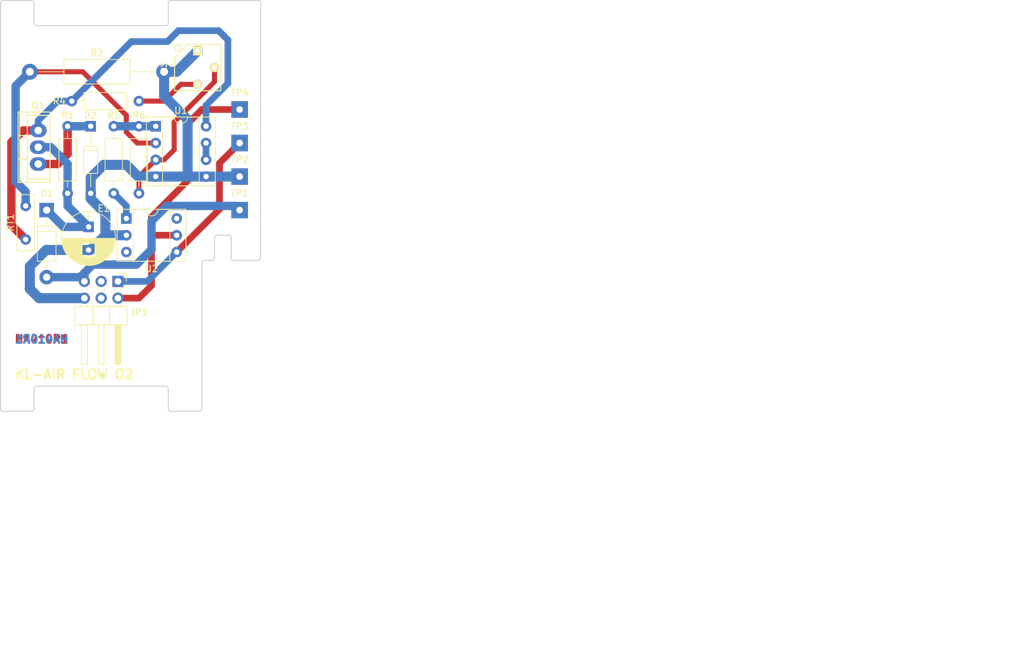
<source format=kicad_pcb>
(kicad_pcb (version 4) (host pcbnew 4.0.5)

  (general
    (links 31)
    (no_connects 0)
    (area 128.829999 73.584999 283.228564 174.08)
    (thickness 1.6)
    (drawings 40)
    (tracks 97)
    (zones 0)
    (modules 18)
    (nets 17)
  )

  (page A4)
  (layers
    (0 F.Cu signal)
    (31 B.Cu signal)
    (32 B.Adhes user hide)
    (33 F.Adhes user hide)
    (34 B.Paste user hide)
    (35 F.Paste user hide)
    (36 B.SilkS user)
    (37 F.SilkS user)
    (38 B.Mask user)
    (39 F.Mask user)
    (40 Dwgs.User user hide)
    (41 Cmts.User user)
    (42 Eco1.User user hide)
    (43 Eco2.User user hide)
    (44 Edge.Cuts user)
    (45 Margin user hide)
    (46 B.CrtYd user hide)
    (47 F.CrtYd user hide)
    (48 B.Fab user hide)
    (49 F.Fab user hide)
  )

  (setup
    (last_trace_width 1.016)
    (user_trace_width 0.762)
    (user_trace_width 1.016)
    (user_trace_width 1.27)
    (user_trace_width 1.524)
    (trace_clearance 0.2)
    (zone_clearance 0.508)
    (zone_45_only no)
    (trace_min 0.2)
    (segment_width 0.2)
    (edge_width 0.15)
    (via_size 0.6)
    (via_drill 0.4)
    (via_min_size 0.4)
    (via_min_drill 0.3)
    (uvia_size 0.3)
    (uvia_drill 0.1)
    (uvias_allowed no)
    (uvia_min_size 0.2)
    (uvia_min_drill 0.1)
    (pcb_text_width 0.3)
    (pcb_text_size 1.5 1.5)
    (mod_edge_width 0.15)
    (mod_text_size 1 1)
    (mod_text_width 0.15)
    (pad_size 2.49936 2.49936)
    (pad_drill 1.00076)
    (pad_to_mask_clearance 0.2)
    (aux_axis_origin 0 0)
    (visible_elements 7FFFFFFF)
    (pcbplotparams
      (layerselection 0x010f0_80000001)
      (usegerberextensions false)
      (excludeedgelayer true)
      (linewidth 0.100000)
      (plotframeref false)
      (viasonmask false)
      (mode 1)
      (useauxorigin false)
      (hpglpennumber 1)
      (hpglpenspeed 20)
      (hpglpendiameter 15)
      (hpglpenoverlay 2)
      (psnegative false)
      (psa4output false)
      (plotreference true)
      (plotvalue false)
      (plotinvisibletext false)
      (padsonsilk false)
      (subtractmaskfromsilk false)
      (outputformat 1)
      (mirror false)
      (drillshape 0)
      (scaleselection 1)
      (outputdirectory gerber/))
  )

  (net 0 "")
  (net 1 "Net-(D1-Pad1)")
  (net 2 IN1)
  (net 3 "Net-(D2-Pad1)")
  (net 4 IN2)
  (net 5 OUT1)
  (net 6 OUT2)
  (net 7 "Net-(JP1-Pad3)")
  (net 8 "Net-(JP1-Pad4)")
  (net 9 "Net-(R2-Pad1)")
  (net 10 "Net-(R3-Pad2)")
  (net 11 "Net-(R5-Pad1)")
  (net 12 "Net-(R5-Pad2)")
  (net 13 "Net-(U1-Pad6)")
  (net 14 "Net-(U2-Pad6)")
  (net 15 "Net-(R3-Pad3)")
  (net 16 "Net-(Q1-Pad3)")

  (net_class Default "This is the default net class."
    (clearance 0.2)
    (trace_width 1.016)
    (via_dia 0.6)
    (via_drill 0.4)
    (uvia_dia 0.3)
    (uvia_drill 0.1)
    (add_net "Net-(JP1-Pad3)")
    (add_net "Net-(JP1-Pad4)")
    (add_net "Net-(U2-Pad6)")
  )

  (net_class 30mils ""
    (clearance 0.4)
    (trace_width 0.762)
    (via_dia 0.6)
    (via_drill 0.4)
    (uvia_dia 0.3)
    (uvia_drill 0.1)
    (add_net "Net-(R2-Pad1)")
    (add_net "Net-(R3-Pad2)")
    (add_net "Net-(R3-Pad3)")
  )

  (net_class 40mils ""
    (clearance 0.4)
    (trace_width 1.016)
    (via_dia 0.6)
    (via_drill 0.4)
    (uvia_dia 0.3)
    (uvia_drill 0.1)
    (add_net "Net-(Q1-Pad3)")
    (add_net "Net-(R5-Pad2)")
    (add_net "Net-(U1-Pad6)")
    (add_net OUT1)
    (add_net OUT2)
  )

  (net_class 50mils ""
    (clearance 0.4)
    (trace_width 1.27)
    (via_dia 0.6)
    (via_drill 0.4)
    (uvia_dia 0.3)
    (uvia_drill 0.1)
    (add_net IN1)
    (add_net "Net-(D1-Pad1)")
    (add_net "Net-(D2-Pad1)")
    (add_net "Net-(R5-Pad1)")
  )

  (net_class 60mils ""
    (clearance 0.4)
    (trace_width 1.524)
    (via_dia 0.6)
    (via_drill 0.4)
    (uvia_dia 0.3)
    (uvia_drill 0.1)
    (add_net IN2)
  )

  (module Diodes_THT:D_DO-41_SOD81_P10.16mm_Horizontal (layer F.Cu) (tedit 58A8D49E) (tstamp 58A6AEFD)
    (at 135.89 105.41 270)
    (descr "D, DO-41_SOD81 series, Axial, Horizontal, pin pitch=10.16mm, , length*diameter=5.2*2.7mm^2, , http://www.diodes.com/_files/packages/DO-41%20(Plastic).pdf")
    (tags "D DO-41_SOD81 series Axial Horizontal pin pitch 10.16mm  length 5.2mm diameter 2.7mm")
    (path /58A690AA)
    (fp_text reference D1 (at -2.54 0 360) (layer F.SilkS)
      (effects (font (size 1 1) (thickness 0.15)))
    )
    (fp_text value 1N4004 (at 5.08 2.41 270) (layer F.Fab)
      (effects (font (size 1 1) (thickness 0.15)))
    )
    (fp_line (start 2.48 -1.35) (end 2.48 1.35) (layer F.Fab) (width 0.1))
    (fp_line (start 2.48 1.35) (end 7.68 1.35) (layer F.Fab) (width 0.1))
    (fp_line (start 7.68 1.35) (end 7.68 -1.35) (layer F.Fab) (width 0.1))
    (fp_line (start 7.68 -1.35) (end 2.48 -1.35) (layer F.Fab) (width 0.1))
    (fp_line (start 0 0) (end 2.48 0) (layer F.Fab) (width 0.1))
    (fp_line (start 10.16 0) (end 7.68 0) (layer F.Fab) (width 0.1))
    (fp_line (start 3.26 -1.35) (end 3.26 1.35) (layer F.Fab) (width 0.1))
    (fp_line (start 2.42 -1.41) (end 2.42 1.41) (layer F.SilkS) (width 0.12))
    (fp_line (start 2.42 1.41) (end 7.74 1.41) (layer F.SilkS) (width 0.12))
    (fp_line (start 7.74 1.41) (end 7.74 -1.41) (layer F.SilkS) (width 0.12))
    (fp_line (start 7.74 -1.41) (end 2.42 -1.41) (layer F.SilkS) (width 0.12))
    (fp_line (start 1.28 0) (end 2.42 0) (layer F.SilkS) (width 0.12))
    (fp_line (start 8.88 0) (end 7.74 0) (layer F.SilkS) (width 0.12))
    (fp_line (start 3.26 -1.41) (end 3.26 1.41) (layer F.SilkS) (width 0.12))
    (fp_line (start -1.35 -1.7) (end -1.35 1.7) (layer F.CrtYd) (width 0.05))
    (fp_line (start -1.35 1.7) (end 11.55 1.7) (layer F.CrtYd) (width 0.05))
    (fp_line (start 11.55 1.7) (end 11.55 -1.7) (layer F.CrtYd) (width 0.05))
    (fp_line (start 11.55 -1.7) (end -1.35 -1.7) (layer F.CrtYd) (width 0.05))
    (pad 1 thru_hole rect (at 0 0 270) (size 2.2 2.2) (drill 1.1) (layers *.Cu *.Mask)
      (net 1 "Net-(D1-Pad1)"))
    (pad 2 thru_hole oval (at 10.16 0 270) (size 2.2 2.2) (drill 1.1) (layers *.Cu *.Mask)
      (net 2 IN1))
    (model Diodes_ThroughHole.3dshapes/D_DO-41_SOD81_P10.16mm_Horizontal.wrl
      (at (xyz 0 0 0))
      (scale (xyz 0.393701 0.393701 0.393701))
      (rotate (xyz 0 0 0))
    )
  )

  (module Capacitors_THT:CP_Radial_D8.0mm_P3.50mm (layer F.Cu) (tedit 58AB6E16) (tstamp 58A6AFBD)
    (at 142.24 107.95 270)
    (descr "CP, Radial series, Radial, pin pitch=3.50mm, , diameter=8mm, Electrolytic Capacitor")
    (tags "CP Radial series Radial pin pitch 3.50mm  diameter 8mm Electrolytic Capacitor")
    (path /58A690E0)
    (fp_text reference E1 (at -2.794 -2.286 360) (layer F.SilkS)
      (effects (font (size 1 1) (thickness 0.15)))
    )
    (fp_text value 100U (at 1.75 5.06 270) (layer F.Fab)
      (effects (font (size 1 1) (thickness 0.15)))
    )
    (fp_circle (center 1.75 0) (end 5.75 0) (layer F.Fab) (width 0.1))
    (fp_circle (center 1.75 0) (end 5.84 0) (layer F.SilkS) (width 0.12))
    (fp_line (start -2.2 0) (end -1 0) (layer F.Fab) (width 0.1))
    (fp_line (start -1.6 -0.65) (end -1.6 0.65) (layer F.Fab) (width 0.1))
    (fp_line (start 1.75 -4.05) (end 1.75 4.05) (layer F.SilkS) (width 0.12))
    (fp_line (start 1.79 -4.05) (end 1.79 4.05) (layer F.SilkS) (width 0.12))
    (fp_line (start 1.83 -4.05) (end 1.83 4.05) (layer F.SilkS) (width 0.12))
    (fp_line (start 1.87 -4.049) (end 1.87 4.049) (layer F.SilkS) (width 0.12))
    (fp_line (start 1.91 -4.047) (end 1.91 4.047) (layer F.SilkS) (width 0.12))
    (fp_line (start 1.95 -4.046) (end 1.95 4.046) (layer F.SilkS) (width 0.12))
    (fp_line (start 1.99 -4.043) (end 1.99 4.043) (layer F.SilkS) (width 0.12))
    (fp_line (start 2.03 -4.041) (end 2.03 4.041) (layer F.SilkS) (width 0.12))
    (fp_line (start 2.07 -4.038) (end 2.07 4.038) (layer F.SilkS) (width 0.12))
    (fp_line (start 2.11 -4.035) (end 2.11 4.035) (layer F.SilkS) (width 0.12))
    (fp_line (start 2.15 -4.031) (end 2.15 4.031) (layer F.SilkS) (width 0.12))
    (fp_line (start 2.19 -4.027) (end 2.19 4.027) (layer F.SilkS) (width 0.12))
    (fp_line (start 2.23 -4.022) (end 2.23 4.022) (layer F.SilkS) (width 0.12))
    (fp_line (start 2.27 -4.017) (end 2.27 4.017) (layer F.SilkS) (width 0.12))
    (fp_line (start 2.31 -4.012) (end 2.31 4.012) (layer F.SilkS) (width 0.12))
    (fp_line (start 2.35 -4.006) (end 2.35 4.006) (layer F.SilkS) (width 0.12))
    (fp_line (start 2.39 -4) (end 2.39 4) (layer F.SilkS) (width 0.12))
    (fp_line (start 2.43 -3.994) (end 2.43 3.994) (layer F.SilkS) (width 0.12))
    (fp_line (start 2.471 -3.987) (end 2.471 3.987) (layer F.SilkS) (width 0.12))
    (fp_line (start 2.511 -3.979) (end 2.511 3.979) (layer F.SilkS) (width 0.12))
    (fp_line (start 2.551 -3.971) (end 2.551 -0.98) (layer F.SilkS) (width 0.12))
    (fp_line (start 2.551 0.98) (end 2.551 3.971) (layer F.SilkS) (width 0.12))
    (fp_line (start 2.591 -3.963) (end 2.591 -0.98) (layer F.SilkS) (width 0.12))
    (fp_line (start 2.591 0.98) (end 2.591 3.963) (layer F.SilkS) (width 0.12))
    (fp_line (start 2.631 -3.955) (end 2.631 -0.98) (layer F.SilkS) (width 0.12))
    (fp_line (start 2.631 0.98) (end 2.631 3.955) (layer F.SilkS) (width 0.12))
    (fp_line (start 2.671 -3.946) (end 2.671 -0.98) (layer F.SilkS) (width 0.12))
    (fp_line (start 2.671 0.98) (end 2.671 3.946) (layer F.SilkS) (width 0.12))
    (fp_line (start 2.711 -3.936) (end 2.711 -0.98) (layer F.SilkS) (width 0.12))
    (fp_line (start 2.711 0.98) (end 2.711 3.936) (layer F.SilkS) (width 0.12))
    (fp_line (start 2.751 -3.926) (end 2.751 -0.98) (layer F.SilkS) (width 0.12))
    (fp_line (start 2.751 0.98) (end 2.751 3.926) (layer F.SilkS) (width 0.12))
    (fp_line (start 2.791 -3.916) (end 2.791 -0.98) (layer F.SilkS) (width 0.12))
    (fp_line (start 2.791 0.98) (end 2.791 3.916) (layer F.SilkS) (width 0.12))
    (fp_line (start 2.831 -3.905) (end 2.831 -0.98) (layer F.SilkS) (width 0.12))
    (fp_line (start 2.831 0.98) (end 2.831 3.905) (layer F.SilkS) (width 0.12))
    (fp_line (start 2.871 -3.894) (end 2.871 -0.98) (layer F.SilkS) (width 0.12))
    (fp_line (start 2.871 0.98) (end 2.871 3.894) (layer F.SilkS) (width 0.12))
    (fp_line (start 2.911 -3.883) (end 2.911 -0.98) (layer F.SilkS) (width 0.12))
    (fp_line (start 2.911 0.98) (end 2.911 3.883) (layer F.SilkS) (width 0.12))
    (fp_line (start 2.951 -3.87) (end 2.951 -0.98) (layer F.SilkS) (width 0.12))
    (fp_line (start 2.951 0.98) (end 2.951 3.87) (layer F.SilkS) (width 0.12))
    (fp_line (start 2.991 -3.858) (end 2.991 -0.98) (layer F.SilkS) (width 0.12))
    (fp_line (start 2.991 0.98) (end 2.991 3.858) (layer F.SilkS) (width 0.12))
    (fp_line (start 3.031 -3.845) (end 3.031 -0.98) (layer F.SilkS) (width 0.12))
    (fp_line (start 3.031 0.98) (end 3.031 3.845) (layer F.SilkS) (width 0.12))
    (fp_line (start 3.071 -3.832) (end 3.071 -0.98) (layer F.SilkS) (width 0.12))
    (fp_line (start 3.071 0.98) (end 3.071 3.832) (layer F.SilkS) (width 0.12))
    (fp_line (start 3.111 -3.818) (end 3.111 -0.98) (layer F.SilkS) (width 0.12))
    (fp_line (start 3.111 0.98) (end 3.111 3.818) (layer F.SilkS) (width 0.12))
    (fp_line (start 3.151 -3.803) (end 3.151 -0.98) (layer F.SilkS) (width 0.12))
    (fp_line (start 3.151 0.98) (end 3.151 3.803) (layer F.SilkS) (width 0.12))
    (fp_line (start 3.191 -3.789) (end 3.191 -0.98) (layer F.SilkS) (width 0.12))
    (fp_line (start 3.191 0.98) (end 3.191 3.789) (layer F.SilkS) (width 0.12))
    (fp_line (start 3.231 -3.773) (end 3.231 -0.98) (layer F.SilkS) (width 0.12))
    (fp_line (start 3.231 0.98) (end 3.231 3.773) (layer F.SilkS) (width 0.12))
    (fp_line (start 3.271 -3.758) (end 3.271 -0.98) (layer F.SilkS) (width 0.12))
    (fp_line (start 3.271 0.98) (end 3.271 3.758) (layer F.SilkS) (width 0.12))
    (fp_line (start 3.311 -3.741) (end 3.311 -0.98) (layer F.SilkS) (width 0.12))
    (fp_line (start 3.311 0.98) (end 3.311 3.741) (layer F.SilkS) (width 0.12))
    (fp_line (start 3.351 -3.725) (end 3.351 -0.98) (layer F.SilkS) (width 0.12))
    (fp_line (start 3.351 0.98) (end 3.351 3.725) (layer F.SilkS) (width 0.12))
    (fp_line (start 3.391 -3.707) (end 3.391 -0.98) (layer F.SilkS) (width 0.12))
    (fp_line (start 3.391 0.98) (end 3.391 3.707) (layer F.SilkS) (width 0.12))
    (fp_line (start 3.431 -3.69) (end 3.431 -0.98) (layer F.SilkS) (width 0.12))
    (fp_line (start 3.431 0.98) (end 3.431 3.69) (layer F.SilkS) (width 0.12))
    (fp_line (start 3.471 -3.671) (end 3.471 -0.98) (layer F.SilkS) (width 0.12))
    (fp_line (start 3.471 0.98) (end 3.471 3.671) (layer F.SilkS) (width 0.12))
    (fp_line (start 3.511 -3.652) (end 3.511 -0.98) (layer F.SilkS) (width 0.12))
    (fp_line (start 3.511 0.98) (end 3.511 3.652) (layer F.SilkS) (width 0.12))
    (fp_line (start 3.551 -3.633) (end 3.551 -0.98) (layer F.SilkS) (width 0.12))
    (fp_line (start 3.551 0.98) (end 3.551 3.633) (layer F.SilkS) (width 0.12))
    (fp_line (start 3.591 -3.613) (end 3.591 -0.98) (layer F.SilkS) (width 0.12))
    (fp_line (start 3.591 0.98) (end 3.591 3.613) (layer F.SilkS) (width 0.12))
    (fp_line (start 3.631 -3.593) (end 3.631 -0.98) (layer F.SilkS) (width 0.12))
    (fp_line (start 3.631 0.98) (end 3.631 3.593) (layer F.SilkS) (width 0.12))
    (fp_line (start 3.671 -3.572) (end 3.671 -0.98) (layer F.SilkS) (width 0.12))
    (fp_line (start 3.671 0.98) (end 3.671 3.572) (layer F.SilkS) (width 0.12))
    (fp_line (start 3.711 -3.55) (end 3.711 -0.98) (layer F.SilkS) (width 0.12))
    (fp_line (start 3.711 0.98) (end 3.711 3.55) (layer F.SilkS) (width 0.12))
    (fp_line (start 3.751 -3.528) (end 3.751 -0.98) (layer F.SilkS) (width 0.12))
    (fp_line (start 3.751 0.98) (end 3.751 3.528) (layer F.SilkS) (width 0.12))
    (fp_line (start 3.791 -3.505) (end 3.791 -0.98) (layer F.SilkS) (width 0.12))
    (fp_line (start 3.791 0.98) (end 3.791 3.505) (layer F.SilkS) (width 0.12))
    (fp_line (start 3.831 -3.482) (end 3.831 -0.98) (layer F.SilkS) (width 0.12))
    (fp_line (start 3.831 0.98) (end 3.831 3.482) (layer F.SilkS) (width 0.12))
    (fp_line (start 3.871 -3.458) (end 3.871 -0.98) (layer F.SilkS) (width 0.12))
    (fp_line (start 3.871 0.98) (end 3.871 3.458) (layer F.SilkS) (width 0.12))
    (fp_line (start 3.911 -3.434) (end 3.911 -0.98) (layer F.SilkS) (width 0.12))
    (fp_line (start 3.911 0.98) (end 3.911 3.434) (layer F.SilkS) (width 0.12))
    (fp_line (start 3.951 -3.408) (end 3.951 -0.98) (layer F.SilkS) (width 0.12))
    (fp_line (start 3.951 0.98) (end 3.951 3.408) (layer F.SilkS) (width 0.12))
    (fp_line (start 3.991 -3.383) (end 3.991 -0.98) (layer F.SilkS) (width 0.12))
    (fp_line (start 3.991 0.98) (end 3.991 3.383) (layer F.SilkS) (width 0.12))
    (fp_line (start 4.031 -3.356) (end 4.031 -0.98) (layer F.SilkS) (width 0.12))
    (fp_line (start 4.031 0.98) (end 4.031 3.356) (layer F.SilkS) (width 0.12))
    (fp_line (start 4.071 -3.329) (end 4.071 -0.98) (layer F.SilkS) (width 0.12))
    (fp_line (start 4.071 0.98) (end 4.071 3.329) (layer F.SilkS) (width 0.12))
    (fp_line (start 4.111 -3.301) (end 4.111 -0.98) (layer F.SilkS) (width 0.12))
    (fp_line (start 4.111 0.98) (end 4.111 3.301) (layer F.SilkS) (width 0.12))
    (fp_line (start 4.151 -3.272) (end 4.151 -0.98) (layer F.SilkS) (width 0.12))
    (fp_line (start 4.151 0.98) (end 4.151 3.272) (layer F.SilkS) (width 0.12))
    (fp_line (start 4.191 -3.243) (end 4.191 -0.98) (layer F.SilkS) (width 0.12))
    (fp_line (start 4.191 0.98) (end 4.191 3.243) (layer F.SilkS) (width 0.12))
    (fp_line (start 4.231 -3.213) (end 4.231 -0.98) (layer F.SilkS) (width 0.12))
    (fp_line (start 4.231 0.98) (end 4.231 3.213) (layer F.SilkS) (width 0.12))
    (fp_line (start 4.271 -3.182) (end 4.271 -0.98) (layer F.SilkS) (width 0.12))
    (fp_line (start 4.271 0.98) (end 4.271 3.182) (layer F.SilkS) (width 0.12))
    (fp_line (start 4.311 -3.15) (end 4.311 -0.98) (layer F.SilkS) (width 0.12))
    (fp_line (start 4.311 0.98) (end 4.311 3.15) (layer F.SilkS) (width 0.12))
    (fp_line (start 4.351 -3.118) (end 4.351 -0.98) (layer F.SilkS) (width 0.12))
    (fp_line (start 4.351 0.98) (end 4.351 3.118) (layer F.SilkS) (width 0.12))
    (fp_line (start 4.391 -3.084) (end 4.391 -0.98) (layer F.SilkS) (width 0.12))
    (fp_line (start 4.391 0.98) (end 4.391 3.084) (layer F.SilkS) (width 0.12))
    (fp_line (start 4.431 -3.05) (end 4.431 -0.98) (layer F.SilkS) (width 0.12))
    (fp_line (start 4.431 0.98) (end 4.431 3.05) (layer F.SilkS) (width 0.12))
    (fp_line (start 4.471 -3.015) (end 4.471 -0.98) (layer F.SilkS) (width 0.12))
    (fp_line (start 4.471 0.98) (end 4.471 3.015) (layer F.SilkS) (width 0.12))
    (fp_line (start 4.511 -2.979) (end 4.511 2.979) (layer F.SilkS) (width 0.12))
    (fp_line (start 4.551 -2.942) (end 4.551 2.942) (layer F.SilkS) (width 0.12))
    (fp_line (start 4.591 -2.904) (end 4.591 2.904) (layer F.SilkS) (width 0.12))
    (fp_line (start 4.631 -2.865) (end 4.631 2.865) (layer F.SilkS) (width 0.12))
    (fp_line (start 4.671 -2.824) (end 4.671 2.824) (layer F.SilkS) (width 0.12))
    (fp_line (start 4.711 -2.783) (end 4.711 2.783) (layer F.SilkS) (width 0.12))
    (fp_line (start 4.751 -2.74) (end 4.751 2.74) (layer F.SilkS) (width 0.12))
    (fp_line (start 4.791 -2.697) (end 4.791 2.697) (layer F.SilkS) (width 0.12))
    (fp_line (start 4.831 -2.652) (end 4.831 2.652) (layer F.SilkS) (width 0.12))
    (fp_line (start 4.871 -2.605) (end 4.871 2.605) (layer F.SilkS) (width 0.12))
    (fp_line (start 4.911 -2.557) (end 4.911 2.557) (layer F.SilkS) (width 0.12))
    (fp_line (start 4.951 -2.508) (end 4.951 2.508) (layer F.SilkS) (width 0.12))
    (fp_line (start 4.991 -2.457) (end 4.991 2.457) (layer F.SilkS) (width 0.12))
    (fp_line (start 5.031 -2.404) (end 5.031 2.404) (layer F.SilkS) (width 0.12))
    (fp_line (start 5.071 -2.349) (end 5.071 2.349) (layer F.SilkS) (width 0.12))
    (fp_line (start 5.111 -2.293) (end 5.111 2.293) (layer F.SilkS) (width 0.12))
    (fp_line (start 5.151 -2.234) (end 5.151 2.234) (layer F.SilkS) (width 0.12))
    (fp_line (start 5.191 -2.173) (end 5.191 2.173) (layer F.SilkS) (width 0.12))
    (fp_line (start 5.231 -2.109) (end 5.231 2.109) (layer F.SilkS) (width 0.12))
    (fp_line (start 5.271 -2.043) (end 5.271 2.043) (layer F.SilkS) (width 0.12))
    (fp_line (start 5.311 -1.974) (end 5.311 1.974) (layer F.SilkS) (width 0.12))
    (fp_line (start 5.351 -1.902) (end 5.351 1.902) (layer F.SilkS) (width 0.12))
    (fp_line (start 5.391 -1.826) (end 5.391 1.826) (layer F.SilkS) (width 0.12))
    (fp_line (start 5.431 -1.745) (end 5.431 1.745) (layer F.SilkS) (width 0.12))
    (fp_line (start 5.471 -1.66) (end 5.471 1.66) (layer F.SilkS) (width 0.12))
    (fp_line (start 5.511 -1.57) (end 5.511 1.57) (layer F.SilkS) (width 0.12))
    (fp_line (start 5.551 -1.473) (end 5.551 1.473) (layer F.SilkS) (width 0.12))
    (fp_line (start 5.591 -1.369) (end 5.591 1.369) (layer F.SilkS) (width 0.12))
    (fp_line (start 5.631 -1.254) (end 5.631 1.254) (layer F.SilkS) (width 0.12))
    (fp_line (start 5.671 -1.127) (end 5.671 1.127) (layer F.SilkS) (width 0.12))
    (fp_line (start 5.711 -0.983) (end 5.711 0.983) (layer F.SilkS) (width 0.12))
    (fp_line (start 5.751 -0.814) (end 5.751 0.814) (layer F.SilkS) (width 0.12))
    (fp_line (start 5.791 -0.598) (end 5.791 0.598) (layer F.SilkS) (width 0.12))
    (fp_line (start 5.831 -0.246) (end 5.831 0.246) (layer F.SilkS) (width 0.12))
    (fp_line (start -2.2 0) (end -1 0) (layer F.SilkS) (width 0.12))
    (fp_line (start -1.6 -0.65) (end -1.6 0.65) (layer F.SilkS) (width 0.12))
    (fp_line (start -2.6 -4.35) (end -2.6 4.35) (layer F.CrtYd) (width 0.05))
    (fp_line (start -2.6 4.35) (end 6.1 4.35) (layer F.CrtYd) (width 0.05))
    (fp_line (start 6.1 4.35) (end 6.1 -4.35) (layer F.CrtYd) (width 0.05))
    (fp_line (start 6.1 -4.35) (end -2.6 -4.35) (layer F.CrtYd) (width 0.05))
    (pad 1 thru_hole rect (at 0 0 270) (size 1.6 1.6) (drill 0.8) (layers *.Cu *.Mask)
      (net 1 "Net-(D1-Pad1)"))
    (pad 2 thru_hole circle (at 3.5 0 270) (size 1.6 1.6) (drill 0.8) (layers *.Cu *.Mask)
      (net 4 IN2))
    (model Capacitors_ThroughHole.3dshapes/CP_Radial_D8.0mm_P3.50mm.wrl
      (at (xyz 0 0 0))
      (scale (xyz 0.393701 0.393701 0.393701))
      (rotate (xyz 0 0 0))
    )
  )

  (module Pin_Headers:Pin_Header_Angled_2x03_Pitch2.54mm (layer F.Cu) (tedit 58AB6E10) (tstamp 58A6B010)
    (at 146.685 116.205 270)
    (descr "Through hole angled pin header, 2x03, 2.54mm pitch, 6mm pin length, double rows")
    (tags "Through hole angled pin header THT 2x03 2.54mm double row")
    (path /58A6D483)
    (fp_text reference JP1 (at 4.699 -3.175 360) (layer F.SilkS)
      (effects (font (size 1 1) (thickness 0.15)))
    )
    (fp_text value CONN_02X03 (at 5.585 7.35 270) (layer F.Fab)
      (effects (font (size 1 1) (thickness 0.15)))
    )
    (fp_line (start 3.94 -1.27) (end 3.94 1.27) (layer F.Fab) (width 0.1))
    (fp_line (start 3.94 1.27) (end 6.44 1.27) (layer F.Fab) (width 0.1))
    (fp_line (start 6.44 1.27) (end 6.44 -1.27) (layer F.Fab) (width 0.1))
    (fp_line (start 6.44 -1.27) (end 3.94 -1.27) (layer F.Fab) (width 0.1))
    (fp_line (start 0 -0.32) (end 0 0.32) (layer F.Fab) (width 0.1))
    (fp_line (start 0 0.32) (end 12.44 0.32) (layer F.Fab) (width 0.1))
    (fp_line (start 12.44 0.32) (end 12.44 -0.32) (layer F.Fab) (width 0.1))
    (fp_line (start 12.44 -0.32) (end 0 -0.32) (layer F.Fab) (width 0.1))
    (fp_line (start 3.94 1.27) (end 3.94 3.81) (layer F.Fab) (width 0.1))
    (fp_line (start 3.94 3.81) (end 6.44 3.81) (layer F.Fab) (width 0.1))
    (fp_line (start 6.44 3.81) (end 6.44 1.27) (layer F.Fab) (width 0.1))
    (fp_line (start 6.44 1.27) (end 3.94 1.27) (layer F.Fab) (width 0.1))
    (fp_line (start 0 2.22) (end 0 2.86) (layer F.Fab) (width 0.1))
    (fp_line (start 0 2.86) (end 12.44 2.86) (layer F.Fab) (width 0.1))
    (fp_line (start 12.44 2.86) (end 12.44 2.22) (layer F.Fab) (width 0.1))
    (fp_line (start 12.44 2.22) (end 0 2.22) (layer F.Fab) (width 0.1))
    (fp_line (start 3.94 3.81) (end 3.94 6.35) (layer F.Fab) (width 0.1))
    (fp_line (start 3.94 6.35) (end 6.44 6.35) (layer F.Fab) (width 0.1))
    (fp_line (start 6.44 6.35) (end 6.44 3.81) (layer F.Fab) (width 0.1))
    (fp_line (start 6.44 3.81) (end 3.94 3.81) (layer F.Fab) (width 0.1))
    (fp_line (start 0 4.76) (end 0 5.4) (layer F.Fab) (width 0.1))
    (fp_line (start 0 5.4) (end 12.44 5.4) (layer F.Fab) (width 0.1))
    (fp_line (start 12.44 5.4) (end 12.44 4.76) (layer F.Fab) (width 0.1))
    (fp_line (start 12.44 4.76) (end 0 4.76) (layer F.Fab) (width 0.1))
    (fp_line (start 3.82 -1.39) (end 3.82 1.27) (layer F.SilkS) (width 0.12))
    (fp_line (start 3.82 1.27) (end 6.56 1.27) (layer F.SilkS) (width 0.12))
    (fp_line (start 6.56 1.27) (end 6.56 -1.39) (layer F.SilkS) (width 0.12))
    (fp_line (start 6.56 -1.39) (end 3.82 -1.39) (layer F.SilkS) (width 0.12))
    (fp_line (start 6.56 -0.44) (end 6.56 0.44) (layer F.SilkS) (width 0.12))
    (fp_line (start 6.56 0.44) (end 12.56 0.44) (layer F.SilkS) (width 0.12))
    (fp_line (start 12.56 0.44) (end 12.56 -0.44) (layer F.SilkS) (width 0.12))
    (fp_line (start 12.56 -0.44) (end 6.56 -0.44) (layer F.SilkS) (width 0.12))
    (fp_line (start 3.51 -0.44) (end 3.82 -0.44) (layer F.SilkS) (width 0.12))
    (fp_line (start 3.51 0.44) (end 3.82 0.44) (layer F.SilkS) (width 0.12))
    (fp_line (start 0.97 -0.44) (end 1.57 -0.44) (layer F.SilkS) (width 0.12))
    (fp_line (start 0.97 0.44) (end 1.57 0.44) (layer F.SilkS) (width 0.12))
    (fp_line (start 6.56 -0.32) (end 12.56 -0.32) (layer F.SilkS) (width 0.12))
    (fp_line (start 6.56 -0.2) (end 12.56 -0.2) (layer F.SilkS) (width 0.12))
    (fp_line (start 6.56 -0.08) (end 12.56 -0.08) (layer F.SilkS) (width 0.12))
    (fp_line (start 6.56 0.04) (end 12.56 0.04) (layer F.SilkS) (width 0.12))
    (fp_line (start 6.56 0.16) (end 12.56 0.16) (layer F.SilkS) (width 0.12))
    (fp_line (start 6.56 0.28) (end 12.56 0.28) (layer F.SilkS) (width 0.12))
    (fp_line (start 6.56 0.4) (end 12.56 0.4) (layer F.SilkS) (width 0.12))
    (fp_line (start 3.82 1.27) (end 3.82 3.81) (layer F.SilkS) (width 0.12))
    (fp_line (start 3.82 3.81) (end 6.56 3.81) (layer F.SilkS) (width 0.12))
    (fp_line (start 6.56 3.81) (end 6.56 1.27) (layer F.SilkS) (width 0.12))
    (fp_line (start 6.56 1.27) (end 3.82 1.27) (layer F.SilkS) (width 0.12))
    (fp_line (start 6.56 2.1) (end 6.56 2.98) (layer F.SilkS) (width 0.12))
    (fp_line (start 6.56 2.98) (end 12.56 2.98) (layer F.SilkS) (width 0.12))
    (fp_line (start 12.56 2.98) (end 12.56 2.1) (layer F.SilkS) (width 0.12))
    (fp_line (start 12.56 2.1) (end 6.56 2.1) (layer F.SilkS) (width 0.12))
    (fp_line (start 3.51 2.1) (end 3.82 2.1) (layer F.SilkS) (width 0.12))
    (fp_line (start 3.51 2.98) (end 3.82 2.98) (layer F.SilkS) (width 0.12))
    (fp_line (start 0.97 2.1) (end 1.57 2.1) (layer F.SilkS) (width 0.12))
    (fp_line (start 0.97 2.98) (end 1.57 2.98) (layer F.SilkS) (width 0.12))
    (fp_line (start 3.82 3.81) (end 3.82 6.47) (layer F.SilkS) (width 0.12))
    (fp_line (start 3.82 6.47) (end 6.56 6.47) (layer F.SilkS) (width 0.12))
    (fp_line (start 6.56 6.47) (end 6.56 3.81) (layer F.SilkS) (width 0.12))
    (fp_line (start 6.56 3.81) (end 3.82 3.81) (layer F.SilkS) (width 0.12))
    (fp_line (start 6.56 4.64) (end 6.56 5.52) (layer F.SilkS) (width 0.12))
    (fp_line (start 6.56 5.52) (end 12.56 5.52) (layer F.SilkS) (width 0.12))
    (fp_line (start 12.56 5.52) (end 12.56 4.64) (layer F.SilkS) (width 0.12))
    (fp_line (start 12.56 4.64) (end 6.56 4.64) (layer F.SilkS) (width 0.12))
    (fp_line (start 3.51 4.64) (end 3.82 4.64) (layer F.SilkS) (width 0.12))
    (fp_line (start 3.51 5.52) (end 3.82 5.52) (layer F.SilkS) (width 0.12))
    (fp_line (start 0.97 4.64) (end 1.57 4.64) (layer F.SilkS) (width 0.12))
    (fp_line (start 0.97 5.52) (end 1.57 5.52) (layer F.SilkS) (width 0.12))
    (fp_line (start -1.27 0) (end -1.27 -1.27) (layer F.SilkS) (width 0.12))
    (fp_line (start -1.27 -1.27) (end 0 -1.27) (layer F.SilkS) (width 0.12))
    (fp_line (start -1.6 -1.6) (end -1.6 6.6) (layer F.CrtYd) (width 0.05))
    (fp_line (start -1.6 6.6) (end 12.7 6.6) (layer F.CrtYd) (width 0.05))
    (fp_line (start 12.7 6.6) (end 12.7 -1.6) (layer F.CrtYd) (width 0.05))
    (fp_line (start 12.7 -1.6) (end -1.6 -1.6) (layer F.CrtYd) (width 0.05))
    (pad 1 thru_hole rect (at 0 0 270) (size 1.7 1.7) (drill 1) (layers *.Cu *.Mask)
      (net 5 OUT1))
    (pad 2 thru_hole oval (at 2.54 0 270) (size 1.7 1.7) (drill 1) (layers *.Cu *.Mask)
      (net 6 OUT2))
    (pad 3 thru_hole oval (at 0 2.54 270) (size 1.7 1.7) (drill 1) (layers *.Cu *.Mask)
      (net 7 "Net-(JP1-Pad3)"))
    (pad 4 thru_hole oval (at 2.54 2.54 270) (size 1.7 1.7) (drill 1) (layers *.Cu *.Mask)
      (net 8 "Net-(JP1-Pad4)"))
    (pad 5 thru_hole oval (at 0 5.08 270) (size 1.7 1.7) (drill 1) (layers *.Cu *.Mask)
      (net 2 IN1))
    (pad 6 thru_hole oval (at 2.54 5.08 270) (size 1.7 1.7) (drill 1) (layers *.Cu *.Mask)
      (net 4 IN2))
    (model Pin_Headers.3dshapes/Pin_Header_Angled_2x03_Pitch2.54mm.wrl
      (at (xyz 0.05 -0.1 0))
      (scale (xyz 1 1 1))
      (rotate (xyz 0 0 90))
    )
  )

  (module Power_Integrations:TO-220 (layer F.Cu) (tedit 58A8D4BD) (tstamp 58A6B021)
    (at 134.62 95.885 90)
    (descr "Non Isolated JEDEC TO-220 Package")
    (tags "Power Integration YN Package")
    (path /58A694F2)
    (fp_text reference Q1 (at 6.35 0 180) (layer F.SilkS)
      (effects (font (size 1 1) (thickness 0.15)))
    )
    (fp_text value TIP122 (at 0 -4.318 90) (layer F.Fab)
      (effects (font (size 1 1) (thickness 0.15)))
    )
    (fp_line (start 4.826 -1.651) (end 4.826 1.778) (layer F.SilkS) (width 0.15))
    (fp_line (start -4.826 -1.651) (end -4.826 1.778) (layer F.SilkS) (width 0.15))
    (fp_line (start 5.334 -2.794) (end -5.334 -2.794) (layer F.SilkS) (width 0.15))
    (fp_line (start 1.778 -1.778) (end 1.778 -3.048) (layer F.SilkS) (width 0.15))
    (fp_line (start -1.778 -1.778) (end -1.778 -3.048) (layer F.SilkS) (width 0.15))
    (fp_line (start -5.334 -1.651) (end 5.334 -1.651) (layer F.SilkS) (width 0.15))
    (fp_line (start 5.334 1.778) (end -5.334 1.778) (layer F.SilkS) (width 0.15))
    (fp_line (start -5.334 -3.048) (end -5.334 1.778) (layer F.SilkS) (width 0.15))
    (fp_line (start 5.334 -3.048) (end 5.334 1.778) (layer F.SilkS) (width 0.15))
    (fp_line (start 5.334 -3.048) (end -5.334 -3.048) (layer F.SilkS) (width 0.15))
    (pad 2 thru_hole oval (at 0 0 90) (size 2.032 2.54) (drill 1.143) (layers *.Cu *.Mask)
      (net 1 "Net-(D1-Pad1)"))
    (pad 3 thru_hole oval (at 2.54 0 90) (size 2.032 2.54) (drill 1.143) (layers *.Cu *.Mask)
      (net 16 "Net-(Q1-Pad3)"))
    (pad 1 thru_hole oval (at -2.54 0 90) (size 2.032 2.54) (drill 1.143) (layers *.Cu *.Mask)
      (net 3 "Net-(D2-Pad1)"))
  )

  (module Resistors_THT:R_Axial_DIN0207_L6.3mm_D2.5mm_P10.16mm_Horizontal (layer F.Cu) (tedit 58A8D60C) (tstamp 58A6B037)
    (at 139.065 92.71 270)
    (descr "Resistor, Axial_DIN0207 series, Axial, Horizontal, pin pitch=10.16mm, 0.25W = 1/4W, length*diameter=6.3*2.5mm^2, http://cdn-reichelt.de/documents/datenblatt/B400/1_4W%23YAG.pdf")
    (tags "Resistor Axial_DIN0207 series Axial Horizontal pin pitch 10.16mm 0.25W = 1/4W length 6.3mm diameter 2.5mm")
    (path /58A6910D)
    (fp_text reference R1 (at -1.651 0 360) (layer F.SilkS)
      (effects (font (size 1 1) (thickness 0.15)))
    )
    (fp_text value 1K5 (at 5.08 2.31 270) (layer F.Fab)
      (effects (font (size 1 1) (thickness 0.15)))
    )
    (fp_line (start 1.93 -1.25) (end 1.93 1.25) (layer F.Fab) (width 0.1))
    (fp_line (start 1.93 1.25) (end 8.23 1.25) (layer F.Fab) (width 0.1))
    (fp_line (start 8.23 1.25) (end 8.23 -1.25) (layer F.Fab) (width 0.1))
    (fp_line (start 8.23 -1.25) (end 1.93 -1.25) (layer F.Fab) (width 0.1))
    (fp_line (start 0 0) (end 1.93 0) (layer F.Fab) (width 0.1))
    (fp_line (start 10.16 0) (end 8.23 0) (layer F.Fab) (width 0.1))
    (fp_line (start 1.87 -1.31) (end 1.87 1.31) (layer F.SilkS) (width 0.12))
    (fp_line (start 1.87 1.31) (end 8.29 1.31) (layer F.SilkS) (width 0.12))
    (fp_line (start 8.29 1.31) (end 8.29 -1.31) (layer F.SilkS) (width 0.12))
    (fp_line (start 8.29 -1.31) (end 1.87 -1.31) (layer F.SilkS) (width 0.12))
    (fp_line (start 0.98 0) (end 1.87 0) (layer F.SilkS) (width 0.12))
    (fp_line (start 9.18 0) (end 8.29 0) (layer F.SilkS) (width 0.12))
    (fp_line (start -1.05 -1.6) (end -1.05 1.6) (layer F.CrtYd) (width 0.05))
    (fp_line (start -1.05 1.6) (end 11.25 1.6) (layer F.CrtYd) (width 0.05))
    (fp_line (start 11.25 1.6) (end 11.25 -1.6) (layer F.CrtYd) (width 0.05))
    (fp_line (start 11.25 -1.6) (end -1.05 -1.6) (layer F.CrtYd) (width 0.05))
    (pad 1 thru_hole circle (at 0 0 270) (size 1.6 1.6) (drill 0.8) (layers *.Cu *.Mask)
      (net 3 "Net-(D2-Pad1)"))
    (pad 2 thru_hole oval (at 10.16 0 270) (size 1.6 1.6) (drill 0.8) (layers *.Cu *.Mask)
      (net 1 "Net-(D1-Pad1)"))
    (model Resistors_ThroughHole.3dshapes/R_Axial_DIN0207_L6.3mm_D2.5mm_P10.16mm_Horizontal.wrl
      (at (xyz 0 0 0))
      (scale (xyz 0.393701 0.393701 0.393701))
      (rotate (xyz 0 0 0))
    )
  )

  (module Resistors_THT:R_Axial_DIN0207_L6.3mm_D2.5mm_P10.16mm_Horizontal (layer F.Cu) (tedit 58A8D58A) (tstamp 58A6B06A)
    (at 139.7 88.9)
    (descr "Resistor, Axial_DIN0207 series, Axial, Horizontal, pin pitch=10.16mm, 0.25W = 1/4W, length*diameter=6.3*2.5mm^2, http://cdn-reichelt.de/documents/datenblatt/B400/1_4W%23YAG.pdf")
    (tags "Resistor Axial_DIN0207 series Axial Horizontal pin pitch 10.16mm 0.25W = 1/4W length 6.3mm diameter 2.5mm")
    (path /58A69144)
    (fp_text reference R4 (at -1.905 0) (layer F.SilkS)
      (effects (font (size 1 1) (thickness 0.15)))
    )
    (fp_text value 5K1 (at 5.08 2.31) (layer F.Fab)
      (effects (font (size 1 1) (thickness 0.15)))
    )
    (fp_line (start 1.93 -1.25) (end 1.93 1.25) (layer F.Fab) (width 0.1))
    (fp_line (start 1.93 1.25) (end 8.23 1.25) (layer F.Fab) (width 0.1))
    (fp_line (start 8.23 1.25) (end 8.23 -1.25) (layer F.Fab) (width 0.1))
    (fp_line (start 8.23 -1.25) (end 1.93 -1.25) (layer F.Fab) (width 0.1))
    (fp_line (start 0 0) (end 1.93 0) (layer F.Fab) (width 0.1))
    (fp_line (start 10.16 0) (end 8.23 0) (layer F.Fab) (width 0.1))
    (fp_line (start 1.87 -1.31) (end 1.87 1.31) (layer F.SilkS) (width 0.12))
    (fp_line (start 1.87 1.31) (end 8.29 1.31) (layer F.SilkS) (width 0.12))
    (fp_line (start 8.29 1.31) (end 8.29 -1.31) (layer F.SilkS) (width 0.12))
    (fp_line (start 8.29 -1.31) (end 1.87 -1.31) (layer F.SilkS) (width 0.12))
    (fp_line (start 0.98 0) (end 1.87 0) (layer F.SilkS) (width 0.12))
    (fp_line (start 9.18 0) (end 8.29 0) (layer F.SilkS) (width 0.12))
    (fp_line (start -1.05 -1.6) (end -1.05 1.6) (layer F.CrtYd) (width 0.05))
    (fp_line (start -1.05 1.6) (end 11.25 1.6) (layer F.CrtYd) (width 0.05))
    (fp_line (start 11.25 1.6) (end 11.25 -1.6) (layer F.CrtYd) (width 0.05))
    (fp_line (start 11.25 -1.6) (end -1.05 -1.6) (layer F.CrtYd) (width 0.05))
    (pad 1 thru_hole circle (at 0 0) (size 1.6 1.6) (drill 0.8) (layers *.Cu *.Mask)
      (net 16 "Net-(Q1-Pad3)"))
    (pad 2 thru_hole oval (at 10.16 0) (size 1.6 1.6) (drill 0.8) (layers *.Cu *.Mask)
      (net 15 "Net-(R3-Pad3)"))
    (model Resistors_ThroughHole.3dshapes/R_Axial_DIN0207_L6.3mm_D2.5mm_P10.16mm_Horizontal.wrl
      (at (xyz 0 0 0))
      (scale (xyz 0.393701 0.393701 0.393701))
      (rotate (xyz 0 0 0))
    )
  )

  (module Resistors_THT:R_Axial_DIN0207_L6.3mm_D2.5mm_P10.16mm_Horizontal (layer F.Cu) (tedit 58A8D614) (tstamp 58A6B080)
    (at 146.05 92.71 270)
    (descr "Resistor, Axial_DIN0207 series, Axial, Horizontal, pin pitch=10.16mm, 0.25W = 1/4W, length*diameter=6.3*2.5mm^2, http://cdn-reichelt.de/documents/datenblatt/B400/1_4W%23YAG.pdf")
    (tags "Resistor Axial_DIN0207 series Axial Horizontal pin pitch 10.16mm 0.25W = 1/4W length 6.3mm diameter 2.5mm")
    (path /58A69239)
    (fp_text reference R5 (at -1.651 0 360) (layer F.SilkS)
      (effects (font (size 1 1) (thickness 0.15)))
    )
    (fp_text value 1K (at 5.08 2.31 270) (layer F.Fab)
      (effects (font (size 1 1) (thickness 0.15)))
    )
    (fp_line (start 1.93 -1.25) (end 1.93 1.25) (layer F.Fab) (width 0.1))
    (fp_line (start 1.93 1.25) (end 8.23 1.25) (layer F.Fab) (width 0.1))
    (fp_line (start 8.23 1.25) (end 8.23 -1.25) (layer F.Fab) (width 0.1))
    (fp_line (start 8.23 -1.25) (end 1.93 -1.25) (layer F.Fab) (width 0.1))
    (fp_line (start 0 0) (end 1.93 0) (layer F.Fab) (width 0.1))
    (fp_line (start 10.16 0) (end 8.23 0) (layer F.Fab) (width 0.1))
    (fp_line (start 1.87 -1.31) (end 1.87 1.31) (layer F.SilkS) (width 0.12))
    (fp_line (start 1.87 1.31) (end 8.29 1.31) (layer F.SilkS) (width 0.12))
    (fp_line (start 8.29 1.31) (end 8.29 -1.31) (layer F.SilkS) (width 0.12))
    (fp_line (start 8.29 -1.31) (end 1.87 -1.31) (layer F.SilkS) (width 0.12))
    (fp_line (start 0.98 0) (end 1.87 0) (layer F.SilkS) (width 0.12))
    (fp_line (start 9.18 0) (end 8.29 0) (layer F.SilkS) (width 0.12))
    (fp_line (start -1.05 -1.6) (end -1.05 1.6) (layer F.CrtYd) (width 0.05))
    (fp_line (start -1.05 1.6) (end 11.25 1.6) (layer F.CrtYd) (width 0.05))
    (fp_line (start 11.25 1.6) (end 11.25 -1.6) (layer F.CrtYd) (width 0.05))
    (fp_line (start 11.25 -1.6) (end -1.05 -1.6) (layer F.CrtYd) (width 0.05))
    (pad 1 thru_hole circle (at 0 0 270) (size 1.6 1.6) (drill 0.8) (layers *.Cu *.Mask)
      (net 11 "Net-(R5-Pad1)"))
    (pad 2 thru_hole oval (at 10.16 0 270) (size 1.6 1.6) (drill 0.8) (layers *.Cu *.Mask)
      (net 12 "Net-(R5-Pad2)"))
    (model Resistors_ThroughHole.3dshapes/R_Axial_DIN0207_L6.3mm_D2.5mm_P10.16mm_Horizontal.wrl
      (at (xyz 0 0 0))
      (scale (xyz 0.393701 0.393701 0.393701))
      (rotate (xyz 0 0 0))
    )
  )

  (module Resistors_THT:R_Axial_DIN0207_L6.3mm_D2.5mm_P10.16mm_Horizontal (layer F.Cu) (tedit 58A8D619) (tstamp 58A6B096)
    (at 149.86 92.71 270)
    (descr "Resistor, Axial_DIN0207 series, Axial, Horizontal, pin pitch=10.16mm, 0.25W = 1/4W, length*diameter=6.3*2.5mm^2, http://cdn-reichelt.de/documents/datenblatt/B400/1_4W%23YAG.pdf")
    (tags "Resistor Axial_DIN0207 series Axial Horizontal pin pitch 10.16mm 0.25W = 1/4W length 6.3mm diameter 2.5mm")
    (path /58A69216)
    (fp_text reference R6 (at -1.651 0 360) (layer F.SilkS)
      (effects (font (size 1 1) (thickness 0.15)))
    )
    (fp_text value 2M7 (at 5.08 2.31 270) (layer F.Fab)
      (effects (font (size 1 1) (thickness 0.15)))
    )
    (fp_line (start 1.93 -1.25) (end 1.93 1.25) (layer F.Fab) (width 0.1))
    (fp_line (start 1.93 1.25) (end 8.23 1.25) (layer F.Fab) (width 0.1))
    (fp_line (start 8.23 1.25) (end 8.23 -1.25) (layer F.Fab) (width 0.1))
    (fp_line (start 8.23 -1.25) (end 1.93 -1.25) (layer F.Fab) (width 0.1))
    (fp_line (start 0 0) (end 1.93 0) (layer F.Fab) (width 0.1))
    (fp_line (start 10.16 0) (end 8.23 0) (layer F.Fab) (width 0.1))
    (fp_line (start 1.87 -1.31) (end 1.87 1.31) (layer F.SilkS) (width 0.12))
    (fp_line (start 1.87 1.31) (end 8.29 1.31) (layer F.SilkS) (width 0.12))
    (fp_line (start 8.29 1.31) (end 8.29 -1.31) (layer F.SilkS) (width 0.12))
    (fp_line (start 8.29 -1.31) (end 1.87 -1.31) (layer F.SilkS) (width 0.12))
    (fp_line (start 0.98 0) (end 1.87 0) (layer F.SilkS) (width 0.12))
    (fp_line (start 9.18 0) (end 8.29 0) (layer F.SilkS) (width 0.12))
    (fp_line (start -1.05 -1.6) (end -1.05 1.6) (layer F.CrtYd) (width 0.05))
    (fp_line (start -1.05 1.6) (end 11.25 1.6) (layer F.CrtYd) (width 0.05))
    (fp_line (start 11.25 1.6) (end 11.25 -1.6) (layer F.CrtYd) (width 0.05))
    (fp_line (start 11.25 -1.6) (end -1.05 -1.6) (layer F.CrtYd) (width 0.05))
    (pad 1 thru_hole circle (at 0 0 270) (size 1.6 1.6) (drill 0.8) (layers *.Cu *.Mask)
      (net 11 "Net-(R5-Pad1)"))
    (pad 2 thru_hole oval (at 10.16 0 270) (size 1.6 1.6) (drill 0.8) (layers *.Cu *.Mask)
      (net 10 "Net-(R3-Pad2)"))
    (model Resistors_ThroughHole.3dshapes/R_Axial_DIN0207_L6.3mm_D2.5mm_P10.16mm_Horizontal.wrl
      (at (xyz 0 0 0))
      (scale (xyz 0.393701 0.393701 0.393701))
      (rotate (xyz 0 0 0))
    )
  )

  (module Housings_DIP:DIP-8_W7.62mm_Socket (layer F.Cu) (tedit 586281B4) (tstamp 58A6B0DA)
    (at 152.4 92.71)
    (descr "8-lead dip package, row spacing 7.62 mm (300 mils), Socket")
    (tags "DIL DIP PDIP 2.54mm 7.62mm 300mil Socket")
    (path /58A69435)
    (fp_text reference U1 (at 3.81 -2.39) (layer F.SilkS)
      (effects (font (size 1 1) (thickness 0.15)))
    )
    (fp_text value LM358 (at 3.81 10.01) (layer F.Fab)
      (effects (font (size 1 1) (thickness 0.15)))
    )
    (fp_arc (start 3.81 -1.39) (end 2.81 -1.39) (angle -180) (layer F.SilkS) (width 0.12))
    (fp_line (start 1.635 -1.27) (end 6.985 -1.27) (layer F.Fab) (width 0.1))
    (fp_line (start 6.985 -1.27) (end 6.985 8.89) (layer F.Fab) (width 0.1))
    (fp_line (start 6.985 8.89) (end 0.635 8.89) (layer F.Fab) (width 0.1))
    (fp_line (start 0.635 8.89) (end 0.635 -0.27) (layer F.Fab) (width 0.1))
    (fp_line (start 0.635 -0.27) (end 1.635 -1.27) (layer F.Fab) (width 0.1))
    (fp_line (start -1.27 -1.27) (end -1.27 8.89) (layer F.Fab) (width 0.1))
    (fp_line (start -1.27 8.89) (end 8.89 8.89) (layer F.Fab) (width 0.1))
    (fp_line (start 8.89 8.89) (end 8.89 -1.27) (layer F.Fab) (width 0.1))
    (fp_line (start 8.89 -1.27) (end -1.27 -1.27) (layer F.Fab) (width 0.1))
    (fp_line (start 2.81 -1.39) (end 1.04 -1.39) (layer F.SilkS) (width 0.12))
    (fp_line (start 1.04 -1.39) (end 1.04 9.01) (layer F.SilkS) (width 0.12))
    (fp_line (start 1.04 9.01) (end 6.58 9.01) (layer F.SilkS) (width 0.12))
    (fp_line (start 6.58 9.01) (end 6.58 -1.39) (layer F.SilkS) (width 0.12))
    (fp_line (start 6.58 -1.39) (end 4.81 -1.39) (layer F.SilkS) (width 0.12))
    (fp_line (start -1.39 -1.39) (end -1.39 9.01) (layer F.SilkS) (width 0.12))
    (fp_line (start -1.39 9.01) (end 9.01 9.01) (layer F.SilkS) (width 0.12))
    (fp_line (start 9.01 9.01) (end 9.01 -1.39) (layer F.SilkS) (width 0.12))
    (fp_line (start 9.01 -1.39) (end -1.39 -1.39) (layer F.SilkS) (width 0.12))
    (fp_line (start -1.7 -1.7) (end -1.7 9.3) (layer F.CrtYd) (width 0.05))
    (fp_line (start -1.7 9.3) (end 9.3 9.3) (layer F.CrtYd) (width 0.05))
    (fp_line (start 9.3 9.3) (end 9.3 -1.7) (layer F.CrtYd) (width 0.05))
    (fp_line (start 9.3 -1.7) (end -1.7 -1.7) (layer F.CrtYd) (width 0.05))
    (pad 1 thru_hole rect (at 0 0) (size 1.6 1.6) (drill 0.8) (layers *.Cu *.Mask)
      (net 11 "Net-(R5-Pad1)"))
    (pad 5 thru_hole oval (at 7.62 7.62) (size 1.6 1.6) (drill 0.8) (layers *.Cu *.Mask)
      (net 4 IN2))
    (pad 2 thru_hole oval (at 0 2.54) (size 1.6 1.6) (drill 0.8) (layers *.Cu *.Mask)
      (net 9 "Net-(R2-Pad1)"))
    (pad 6 thru_hole oval (at 7.62 5.08) (size 1.6 1.6) (drill 0.8) (layers *.Cu *.Mask)
      (net 13 "Net-(U1-Pad6)"))
    (pad 3 thru_hole oval (at 0 5.08) (size 1.6 1.6) (drill 0.8) (layers *.Cu *.Mask)
      (net 10 "Net-(R3-Pad2)"))
    (pad 7 thru_hole oval (at 7.62 2.54) (size 1.6 1.6) (drill 0.8) (layers *.Cu *.Mask)
      (net 13 "Net-(U1-Pad6)"))
    (pad 4 thru_hole oval (at 0 7.62) (size 1.6 1.6) (drill 0.8) (layers *.Cu *.Mask)
      (net 4 IN2))
    (pad 8 thru_hole oval (at 7.62 0) (size 1.6 1.6) (drill 0.8) (layers *.Cu *.Mask)
      (net 16 "Net-(Q1-Pad3)"))
    (model Housings_DIP.3dshapes/DIP-8_W7.62mm_Socket.wrl
      (at (xyz 0 0 0))
      (scale (xyz 1 1 1))
      (rotate (xyz 0 0 0))
    )
  )

  (module Housings_DIP:DIP-6_W7.62mm_Socket (layer F.Cu) (tedit 58A8D515) (tstamp 58A6B0FB)
    (at 147.955 106.68)
    (descr "6-lead dip package, row spacing 7.62 mm (300 mils), Socket")
    (tags "DIL DIP PDIP 2.54mm 7.62mm 300mil Socket")
    (path /58A694AD)
    (fp_text reference U2 (at 3.81 7.62) (layer F.SilkS)
      (effects (font (size 1 1) (thickness 0.15)))
    )
    (fp_text value 4N32 (at 3.81 7.47) (layer F.Fab)
      (effects (font (size 1 1) (thickness 0.15)))
    )
    (fp_arc (start 3.81 -1.39) (end 2.81 -1.39) (angle -180) (layer F.SilkS) (width 0.12))
    (fp_line (start 1.635 -1.27) (end 6.985 -1.27) (layer F.Fab) (width 0.1))
    (fp_line (start 6.985 -1.27) (end 6.985 6.35) (layer F.Fab) (width 0.1))
    (fp_line (start 6.985 6.35) (end 0.635 6.35) (layer F.Fab) (width 0.1))
    (fp_line (start 0.635 6.35) (end 0.635 -0.27) (layer F.Fab) (width 0.1))
    (fp_line (start 0.635 -0.27) (end 1.635 -1.27) (layer F.Fab) (width 0.1))
    (fp_line (start -1.27 -1.27) (end -1.27 6.35) (layer F.Fab) (width 0.1))
    (fp_line (start -1.27 6.35) (end 8.89 6.35) (layer F.Fab) (width 0.1))
    (fp_line (start 8.89 6.35) (end 8.89 -1.27) (layer F.Fab) (width 0.1))
    (fp_line (start 8.89 -1.27) (end -1.27 -1.27) (layer F.Fab) (width 0.1))
    (fp_line (start 2.81 -1.39) (end 1.04 -1.39) (layer F.SilkS) (width 0.12))
    (fp_line (start 1.04 -1.39) (end 1.04 6.47) (layer F.SilkS) (width 0.12))
    (fp_line (start 1.04 6.47) (end 6.58 6.47) (layer F.SilkS) (width 0.12))
    (fp_line (start 6.58 6.47) (end 6.58 -1.39) (layer F.SilkS) (width 0.12))
    (fp_line (start 6.58 -1.39) (end 4.81 -1.39) (layer F.SilkS) (width 0.12))
    (fp_line (start -1.39 -1.39) (end -1.39 6.47) (layer F.SilkS) (width 0.12))
    (fp_line (start -1.39 6.47) (end 9.01 6.47) (layer F.SilkS) (width 0.12))
    (fp_line (start 9.01 6.47) (end 9.01 -1.39) (layer F.SilkS) (width 0.12))
    (fp_line (start 9.01 -1.39) (end -1.39 -1.39) (layer F.SilkS) (width 0.12))
    (fp_line (start -1.7 -1.7) (end -1.7 6.8) (layer F.CrtYd) (width 0.05))
    (fp_line (start -1.7 6.8) (end 9.3 6.8) (layer F.CrtYd) (width 0.05))
    (fp_line (start 9.3 6.8) (end 9.3 -1.7) (layer F.CrtYd) (width 0.05))
    (fp_line (start 9.3 -1.7) (end -1.7 -1.7) (layer F.CrtYd) (width 0.05))
    (pad 1 thru_hole rect (at 0 0) (size 1.6 1.6) (drill 0.8) (layers *.Cu *.Mask)
      (net 12 "Net-(R5-Pad2)"))
    (pad 4 thru_hole oval (at 7.62 5.08) (size 1.6 1.6) (drill 0.8) (layers *.Cu *.Mask)
      (net 5 OUT1))
    (pad 2 thru_hole oval (at 0 2.54) (size 1.6 1.6) (drill 0.8) (layers *.Cu *.Mask)
      (net 4 IN2))
    (pad 5 thru_hole oval (at 7.62 2.54) (size 1.6 1.6) (drill 0.8) (layers *.Cu *.Mask)
      (net 6 OUT2))
    (pad 3 thru_hole oval (at 0 5.08) (size 1.6 1.6) (drill 0.8) (layers *.Cu *.Mask))
    (pad 6 thru_hole oval (at 7.62 0) (size 1.6 1.6) (drill 0.8) (layers *.Cu *.Mask)
      (net 14 "Net-(U2-Pad6)"))
    (model Housings_DIP.3dshapes/DIP-6_W7.62mm_Socket.wrl
      (at (xyz 0 0 0))
      (scale (xyz 1 1 1))
      (rotate (xyz 0 0 0))
    )
  )

  (module Diodes_THT:D_DO-35_SOD27_P10.16mm_Horizontal (layer F.Cu) (tedit 58A8D60F) (tstamp 58A8C23A)
    (at 142.5575 92.71 270)
    (descr "D, DO-35_SOD27 series, Axial, Horizontal, pin pitch=10.16mm, , length*diameter=4*2mm^2, , http://www.diodes.com/_files/packages/DO-35.pdf")
    (tags "D DO-35_SOD27 series Axial Horizontal pin pitch 10.16mm  length 4mm diameter 2mm")
    (path /58A6936A)
    (fp_text reference D2 (at -1.651 0.0635 360) (layer F.SilkS)
      (effects (font (size 1 1) (thickness 0.15)))
    )
    (fp_text value 1N5248B (at 5.08 2.06 270) (layer F.Fab)
      (effects (font (size 1 1) (thickness 0.15)))
    )
    (fp_line (start 3.08 -1) (end 3.08 1) (layer F.Fab) (width 0.1))
    (fp_line (start 3.08 1) (end 7.08 1) (layer F.Fab) (width 0.1))
    (fp_line (start 7.08 1) (end 7.08 -1) (layer F.Fab) (width 0.1))
    (fp_line (start 7.08 -1) (end 3.08 -1) (layer F.Fab) (width 0.1))
    (fp_line (start 0 0) (end 3.08 0) (layer F.Fab) (width 0.1))
    (fp_line (start 10.16 0) (end 7.08 0) (layer F.Fab) (width 0.1))
    (fp_line (start 3.68 -1) (end 3.68 1) (layer F.Fab) (width 0.1))
    (fp_line (start 3.02 -1.06) (end 3.02 1.06) (layer F.SilkS) (width 0.12))
    (fp_line (start 3.02 1.06) (end 7.14 1.06) (layer F.SilkS) (width 0.12))
    (fp_line (start 7.14 1.06) (end 7.14 -1.06) (layer F.SilkS) (width 0.12))
    (fp_line (start 7.14 -1.06) (end 3.02 -1.06) (layer F.SilkS) (width 0.12))
    (fp_line (start 0.98 0) (end 3.02 0) (layer F.SilkS) (width 0.12))
    (fp_line (start 9.18 0) (end 7.14 0) (layer F.SilkS) (width 0.12))
    (fp_line (start 3.68 -1.06) (end 3.68 1.06) (layer F.SilkS) (width 0.12))
    (fp_line (start -1.05 -1.35) (end -1.05 1.35) (layer F.CrtYd) (width 0.05))
    (fp_line (start -1.05 1.35) (end 11.25 1.35) (layer F.CrtYd) (width 0.05))
    (fp_line (start 11.25 1.35) (end 11.25 -1.35) (layer F.CrtYd) (width 0.05))
    (fp_line (start 11.25 -1.35) (end -1.05 -1.35) (layer F.CrtYd) (width 0.05))
    (pad 1 thru_hole rect (at 0 0 270) (size 1.6 1.6) (drill 0.8) (layers *.Cu *.Mask)
      (net 3 "Net-(D2-Pad1)"))
    (pad 2 thru_hole oval (at 10.16 0 270) (size 1.6 1.6) (drill 0.8) (layers *.Cu *.Mask)
      (net 4 IN2))
    (model Diodes_ThroughHole.3dshapes/D_DO-35_SOD27_P10.16mm_Horizontal.wrl
      (at (xyz 0 0 0))
      (scale (xyz 0.393701 0.393701 0.393701))
      (rotate (xyz 0 0 0))
    )
  )

  (module Resistors_THT:R_Axial_DIN0411_L9.9mm_D3.6mm_P20.32mm_Horizontal (layer F.Cu) (tedit 5874F706) (tstamp 58A8C251)
    (at 133.35 84.455)
    (descr "Resistor, Axial_DIN0411 series, Axial, Horizontal, pin pitch=20.32mm, 1W = 1/1W, length*diameter=9.9*3.6mm^2")
    (tags "Resistor Axial_DIN0411 series Axial Horizontal pin pitch 20.32mm 1W = 1/1W length 9.9mm diameter 3.6mm")
    (path /58A691BF)
    (fp_text reference R2 (at 10.16 -2.86) (layer F.SilkS)
      (effects (font (size 1 1) (thickness 0.15)))
    )
    (fp_text value 68R (at 10.16 2.86) (layer F.Fab)
      (effects (font (size 1 1) (thickness 0.15)))
    )
    (fp_line (start 5.21 -1.8) (end 5.21 1.8) (layer F.Fab) (width 0.1))
    (fp_line (start 5.21 1.8) (end 15.11 1.8) (layer F.Fab) (width 0.1))
    (fp_line (start 15.11 1.8) (end 15.11 -1.8) (layer F.Fab) (width 0.1))
    (fp_line (start 15.11 -1.8) (end 5.21 -1.8) (layer F.Fab) (width 0.1))
    (fp_line (start 0 0) (end 5.21 0) (layer F.Fab) (width 0.1))
    (fp_line (start 20.32 0) (end 15.11 0) (layer F.Fab) (width 0.1))
    (fp_line (start 5.15 -1.86) (end 5.15 1.86) (layer F.SilkS) (width 0.12))
    (fp_line (start 5.15 1.86) (end 15.17 1.86) (layer F.SilkS) (width 0.12))
    (fp_line (start 15.17 1.86) (end 15.17 -1.86) (layer F.SilkS) (width 0.12))
    (fp_line (start 15.17 -1.86) (end 5.15 -1.86) (layer F.SilkS) (width 0.12))
    (fp_line (start 1.38 0) (end 5.15 0) (layer F.SilkS) (width 0.12))
    (fp_line (start 18.94 0) (end 15.17 0) (layer F.SilkS) (width 0.12))
    (fp_line (start -1.45 -2.15) (end -1.45 2.15) (layer F.CrtYd) (width 0.05))
    (fp_line (start -1.45 2.15) (end 21.8 2.15) (layer F.CrtYd) (width 0.05))
    (fp_line (start 21.8 2.15) (end 21.8 -2.15) (layer F.CrtYd) (width 0.05))
    (fp_line (start 21.8 -2.15) (end -1.45 -2.15) (layer F.CrtYd) (width 0.05))
    (pad 1 thru_hole circle (at 0 0) (size 2.4 2.4) (drill 1.2) (layers *.Cu *.Mask)
      (net 9 "Net-(R2-Pad1)"))
    (pad 2 thru_hole oval (at 20.32 0) (size 2.4 2.4) (drill 1.2) (layers *.Cu *.Mask)
      (net 4 IN2))
    (model Resistors_ThroughHole.3dshapes/R_Axial_DIN0411_L9.9mm_D3.6mm_P20.32mm_Horizontal.wrl
      (at (xyz 0 0 0))
      (scale (xyz 0.393701 0.393701 0.393701))
      (rotate (xyz 0 0 0))
    )
  )

  (module Wire_Pads:SolderWirePad_single_1mmDrill (layer F.Cu) (tedit 58A8D445) (tstamp 58A8C90D)
    (at 165.1 105.41)
    (path /58A6DC37)
    (fp_text reference TP1 (at 0 -2.54) (layer F.SilkS)
      (effects (font (size 1 1) (thickness 0.15)))
    )
    (fp_text value TEST_1P (at -1.905 3.175) (layer F.Fab) hide
      (effects (font (size 1 1) (thickness 0.15)))
    )
    (pad 1 thru_hole rect (at 0 0) (size 2.49936 2.49936) (drill 1.00076) (layers *.Cu *.Mask)
      (net 2 IN1))
  )

  (module Wire_Pads:SolderWirePad_single_1mmDrill (layer F.Cu) (tedit 58A954A2) (tstamp 58A8C911)
    (at 165.1 100.33)
    (path /58A6DDCD)
    (fp_text reference TP2 (at 0 -2.54) (layer F.SilkS)
      (effects (font (size 1 1) (thickness 0.15)))
    )
    (fp_text value TEST_1P (at -1.905 3.175) (layer F.Fab) hide
      (effects (font (size 1 1) (thickness 0.15)))
    )
    (pad 1 thru_hole rect (at 0 0) (size 2.49936 2.49936) (drill 1.00076) (layers *.Cu *.Mask)
      (net 4 IN2))
  )

  (module Wire_Pads:SolderWirePad_single_1mmDrill (layer F.Cu) (tedit 58A954A8) (tstamp 58A8C915)
    (at 165.1 95.25)
    (path /58A6DE28)
    (fp_text reference TP3 (at 0 -2.54) (layer F.SilkS)
      (effects (font (size 1 1) (thickness 0.15)))
    )
    (fp_text value TEST_1P (at -1.905 3.175) (layer F.Fab) hide
      (effects (font (size 1 1) (thickness 0.15)))
    )
    (pad 1 thru_hole rect (at 0 0) (size 2.49936 2.49936) (drill 1.00076) (layers *.Cu *.Mask)
      (net 5 OUT1))
  )

  (module Wire_Pads:SolderWirePad_single_1mmDrill (layer F.Cu) (tedit 58A954AB) (tstamp 58A8C919)
    (at 165.1 90.17)
    (path /58A6DE76)
    (fp_text reference TP4 (at 0 -2.54) (layer F.SilkS)
      (effects (font (size 1 1) (thickness 0.15)))
    )
    (fp_text value TEST_1P (at -1.905 3.175) (layer F.Fab) hide
      (effects (font (size 1 1) (thickness 0.15)))
    )
    (pad 1 thru_hole rect (at 0 0) (size 2.49936 2.49936) (drill 1.00076) (layers *.Cu *.Mask)
      (net 6 OUT2))
  )

  (module Resistors_THT:R_Box_L8.4mm_W2.5mm_P5.08mm (layer F.Cu) (tedit 5874F706) (tstamp 58AE9265)
    (at 132.715 109.855 90)
    (descr "Resistor, Box series, Radial, pin pitch=5.08mm, 0.5W = 1/2W, length*width=8.38*2.54mm^2, http://www.vishay.com/docs/60051/cns020.pdf")
    (tags "Resistor Box series Radial pin pitch 5.08mm 0.5W = 1/2W length 8.38mm width 2.54mm")
    (path /58A693F6)
    (fp_text reference RT1 (at 2.54 -2.33 90) (layer F.SilkS)
      (effects (font (size 1 1) (thickness 0.15)))
    )
    (fp_text value TBD (at 2.54 2.33 90) (layer F.Fab)
      (effects (font (size 1 1) (thickness 0.15)))
    )
    (fp_line (start -1.65 -1.27) (end -1.65 1.27) (layer F.Fab) (width 0.1))
    (fp_line (start -1.65 1.27) (end 6.73 1.27) (layer F.Fab) (width 0.1))
    (fp_line (start 6.73 1.27) (end 6.73 -1.27) (layer F.Fab) (width 0.1))
    (fp_line (start 6.73 -1.27) (end -1.65 -1.27) (layer F.Fab) (width 0.1))
    (fp_line (start -1.71 -1.33) (end 6.79 -1.33) (layer F.SilkS) (width 0.12))
    (fp_line (start -1.71 1.33) (end 6.79 1.33) (layer F.SilkS) (width 0.12))
    (fp_line (start -1.71 -1.33) (end -1.71 1.33) (layer F.SilkS) (width 0.12))
    (fp_line (start 6.79 -1.33) (end 6.79 1.33) (layer F.SilkS) (width 0.12))
    (fp_line (start -2 -1.6) (end -2 1.6) (layer F.CrtYd) (width 0.05))
    (fp_line (start -2 1.6) (end 7.05 1.6) (layer F.CrtYd) (width 0.05))
    (fp_line (start 7.05 1.6) (end 7.05 -1.6) (layer F.CrtYd) (width 0.05))
    (fp_line (start 7.05 -1.6) (end -2 -1.6) (layer F.CrtYd) (width 0.05))
    (pad 1 thru_hole circle (at 0 0 90) (size 1.6 1.6) (drill 0.8) (layers *.Cu *.Mask)
      (net 16 "Net-(Q1-Pad3)"))
    (pad 2 thru_hole circle (at 5.08 0 90) (size 1.6 1.6) (drill 0.8) (layers *.Cu *.Mask)
      (net 9 "Net-(R2-Pad1)"))
    (model Resistors_THT.3dshapes/R_Box_L8.4mm_W2.5mm_P5.08mm.wrl
      (at (xyz 0 0 0))
      (scale (xyz 0.393701 0.393701 0.393701))
      (rotate (xyz 0 0 0))
    )
  )

  (module project_modules:BOURNS-3362P_pot (layer F.Cu) (tedit 0) (tstamp 58A8C266)
    (at 158.75 83.82 270)
    (path /58A693AB)
    (fp_text reference R3 (at 0 5.08 270) (layer F.SilkS)
      (effects (font (size 0.762 0.762) (thickness 0.1524)))
    )
    (fp_text value 5K (at 0 0 270) (layer F.SilkS) hide
      (effects (font (size 0.762 0.762) (thickness 0.1524)))
    )
    (fp_line (start -3.5 1.5) (end -3.5 -3.5) (layer F.SilkS) (width 0.15))
    (fp_line (start -1.5 3.5) (end 3.5 3.5) (layer F.SilkS) (width 0.15))
    (fp_line (start -3.5 1.5) (end -1.5 3.5) (layer F.SilkS) (width 0.15))
    (fp_circle (center -3 3) (end -3 3.5) (layer F.SilkS) (width 0.15))
    (fp_line (start -3.5 -3.5) (end 3.5 -3.5) (layer F.SilkS) (width 0.15))
    (fp_line (start 3.5 -3.5) (end 3.5 3.5) (layer F.SilkS) (width 0.15))
    (pad 1 thru_hole rect (at -2.54 0 270) (size 1.4 1.4) (drill 0.7) (layers *.Cu *.Mask F.SilkS)
      (net 4 IN2))
    (pad 3 thru_hole circle (at 2.54 0 270) (size 1.4 1.4) (drill 0.7) (layers *.Cu *.Mask F.SilkS)
      (net 15 "Net-(R3-Pad3)"))
    (pad 2 thru_hole circle (at 0 -2.54 270) (size 1.4 1.4) (drill 0.7) (layers *.Cu *.Mask F.SilkS)
      (net 10 "Net-(R3-Pad2)"))
  )

  (gr_text "A replica of the optional air flow sensor module for use with the high voltage DC power\nsupply in Trion HE Plus 1400 and HE Plus 2000 electronic air cleaners circa 2005.  Later\nrevisions of the power supply have this module integrated into the main PCB." (at 177.8 170.18) (layer Cmts.User)
    (effects (font (size 1.5 1.5) (thickness 0.3)) (justify left))
  )
  (gr_text HA410R1 (at 135.128 124.968) (layer B.Cu)
    (effects (font (size 1.2 1.2) (thickness 0.3)) (justify mirror))
  )
  (gr_text HA410R1 (at 135.128 124.968) (layer F.Cu)
    (effects (font (size 1.2 1.2) (thickness 0.3)))
  )
  (gr_text "KL-AIR FLOW O2" (at 140.081 130.302) (layer F.SilkS)
    (effects (font (size 1.4 1.4) (thickness 0.3)))
  )
  (gr_line (start 134.366 132.08) (end 153.924 132.08) (angle 90) (layer Edge.Cuts) (width 0.15))
  (gr_line (start 129.286 135.89) (end 133.604 135.89) (angle 90) (layer Edge.Cuts) (width 0.15))
  (gr_line (start 134.366 77.47) (end 153.924 77.47) (angle 90) (layer Edge.Cuts) (width 0.15))
  (gr_line (start 128.905 74.041) (end 128.905 135.509) (angle 90) (layer Edge.Cuts) (width 0.15))
  (gr_arc (start 129.286 135.509) (end 129.286 135.89) (angle 90) (layer Edge.Cuts) (width 0.15) (tstamp 58A9297F))
  (gr_line (start 133.985 135.509) (end 133.985 132.461) (angle 90) (layer Edge.Cuts) (width 0.15))
  (gr_arc (start 133.604 135.509) (end 133.604 135.89) (angle -90) (layer Edge.Cuts) (width 0.15) (tstamp 58A92930))
  (gr_arc (start 134.366 132.461) (end 134.366 132.08) (angle -90) (layer Edge.Cuts) (width 0.15) (tstamp 58A9290D))
  (gr_line (start 154.305 135.509) (end 154.305 132.461) (angle 90) (layer Edge.Cuts) (width 0.15))
  (gr_arc (start 153.924 132.461) (end 153.924 132.08) (angle 90) (layer Edge.Cuts) (width 0.15) (tstamp 58A928DC))
  (gr_line (start 159.004 135.89) (end 154.686 135.89) (angle 90) (layer Edge.Cuts) (width 0.15))
  (gr_line (start 159.766 113.03) (end 160.909 113.03) (angle 90) (layer Edge.Cuts) (width 0.15))
  (gr_line (start 159.385 135.509) (end 159.385 113.411) (angle 90) (layer Edge.Cuts) (width 0.15))
  (gr_arc (start 154.686 135.509) (end 154.686 135.89) (angle 90) (layer Edge.Cuts) (width 0.15) (tstamp 58A9288F))
  (gr_arc (start 159.004 135.509) (end 159.004 135.89) (angle -90) (layer Edge.Cuts) (width 0.15) (tstamp 58A92879))
  (gr_arc (start 159.766 113.411) (end 159.766 113.03) (angle -90) (layer Edge.Cuts) (width 0.15) (tstamp 58A9284C))
  (gr_line (start 161.29 109.601) (end 161.29 112.649) (angle 90) (layer Edge.Cuts) (width 0.15))
  (gr_line (start 163.449 109.22) (end 161.671 109.22) (angle 90) (layer Edge.Cuts) (width 0.15))
  (gr_line (start 163.83 112.649) (end 163.83 109.601) (angle 90) (layer Edge.Cuts) (width 0.15))
  (gr_line (start 167.894 113.03) (end 164.211 113.03) (angle 90) (layer Edge.Cuts) (width 0.15))
  (gr_arc (start 160.909 112.649) (end 160.909 113.03) (angle -90) (layer Edge.Cuts) (width 0.15) (tstamp 58A92803))
  (gr_arc (start 161.671 109.601) (end 161.671 109.22) (angle -90) (layer Edge.Cuts) (width 0.15) (tstamp 58A927D7))
  (gr_arc (start 163.449 109.601) (end 163.449 109.22) (angle 90) (layer Edge.Cuts) (width 0.15) (tstamp 58A926EB))
  (gr_arc (start 164.211 112.649) (end 164.211 113.03) (angle 90) (layer Edge.Cuts) (width 0.15) (tstamp 58A926D3))
  (gr_line (start 168.275 112.649) (end 168.275 74.041) (angle 90) (layer Edge.Cuts) (width 0.15))
  (gr_arc (start 167.894 112.649) (end 167.894 113.03) (angle -90) (layer Edge.Cuts) (width 0.15) (tstamp 58A9268C))
  (gr_line (start 154.686 73.66) (end 167.894 73.66) (angle 90) (layer Edge.Cuts) (width 0.15))
  (gr_arc (start 167.894 74.041) (end 167.894 73.66) (angle 90) (layer Edge.Cuts) (width 0.15) (tstamp 58A92645))
  (gr_line (start 129.286 73.66) (end 133.604 73.66) (angle 90) (layer Edge.Cuts) (width 0.15))
  (gr_line (start 133.985 77.089) (end 133.985 74.041) (angle 90) (layer Edge.Cuts) (width 0.15))
  (gr_line (start 154.305 77.089) (end 154.305 74.041) (angle 90) (layer Edge.Cuts) (width 0.15))
  (gr_arc (start 154.686 74.041) (end 154.686 73.66) (angle -90) (layer Edge.Cuts) (width 0.15) (tstamp 58A9245E))
  (gr_arc (start 153.924 77.089) (end 153.924 77.47) (angle -90) (layer Edge.Cuts) (width 0.15) (tstamp 58A9243D))
  (gr_arc (start 134.366 77.089) (end 134.366 77.47) (angle 90) (layer Edge.Cuts) (width 0.15) (tstamp 58A92392))
  (gr_arc (start 133.604 74.041) (end 133.604 73.66) (angle 90) (layer Edge.Cuts) (width 0.15) (tstamp 58A92349))
  (gr_arc (start 129.286 74.041) (end 129.286 73.66) (angle -90) (layer Edge.Cuts) (width 0.15) (tstamp 58A92316))

  (segment (start 142.24 107.95) (end 138.43 107.95) (width 1.27) (layer B.Cu) (net 1) (status 10))
  (segment (start 138.43 107.95) (end 135.89 105.41) (width 1.27) (layer B.Cu) (net 1) (tstamp 58A9648C) (status 20))
  (segment (start 142.24 107.95) (end 139.065 104.775) (width 1.27) (layer B.Cu) (net 1) (status 10))
  (segment (start 139.065 104.775) (end 139.065 102.87) (width 1.27) (layer B.Cu) (net 1) (tstamp 58A96467) (status 20))
  (segment (start 134.62 95.885) (end 136.525 95.885) (width 1.27) (layer B.Cu) (net 1) (status 10))
  (segment (start 136.525 95.885) (end 139.065 98.425) (width 1.27) (layer B.Cu) (net 1) (tstamp 58A963C5))
  (segment (start 139.065 98.425) (end 139.065 102.87) (width 1.27) (layer B.Cu) (net 1) (tstamp 58A963EE) (status 20))
  (segment (start 164.465 104.775) (end 154.051 104.775) (width 1.27) (layer B.Cu) (net 2) (status 10))
  (segment (start 151.765 107.061) (end 151.765 111.379) (width 1.27) (layer B.Cu) (net 2) (tstamp 58AC0EAB))
  (segment (start 154.051 104.775) (end 151.765 107.061) (width 1.27) (layer B.Cu) (net 2) (tstamp 58AC0E99))
  (segment (start 142.875 113.665) (end 149.479 113.665) (width 1.27) (layer B.Cu) (net 2))
  (segment (start 149.479 113.665) (end 151.765 111.379) (width 1.27) (layer B.Cu) (net 2) (tstamp 58AC0E63))
  (segment (start 141.605 114.935) (end 142.875 113.665) (width 1.27) (layer B.Cu) (net 2) (tstamp 58A968B7))
  (segment (start 141.605 114.935) (end 141.605 116.205) (width 1.27) (layer B.Cu) (net 2) (status 20))
  (segment (start 140.97 115.57) (end 135.89 115.57) (width 1.27) (layer B.Cu) (net 2) (status 20))
  (segment (start 141.605 114.935) (end 140.97 115.57) (width 1.27) (layer B.Cu) (net 2) (tstamp 58A968CB))
  (segment (start 164.465 104.775) (end 165.1 105.41) (width 1.27) (layer B.Cu) (net 2) (tstamp 58A96898) (status 30))
  (segment (start 134.62 98.425) (end 137.541 98.425) (width 1.27) (layer F.Cu) (net 3) (status 10))
  (segment (start 139.065 96.901) (end 139.065 92.71) (width 1.27) (layer F.Cu) (net 3) (tstamp 58AB6BE5) (status 20))
  (segment (start 137.541 98.425) (end 139.065 96.901) (width 1.27) (layer F.Cu) (net 3) (tstamp 58AB6BCC))
  (segment (start 139.065 92.71) (end 142.5575 92.71) (width 1.27) (layer B.Cu) (net 3) (status 30))
  (segment (start 142.5575 102.87) (end 142.5575 103.6955) (width 1.524) (layer B.Cu) (net 4) (status 10))
  (segment (start 142.24 111.45) (end 135.819 111.45) (width 1.524) (layer B.Cu) (net 4) (status 10))
  (segment (start 158.75 81.28) (end 155.575 84.455) (width 1.524) (layer B.Cu) (net 4) (status 10))
  (segment (start 155.575 84.455) (end 153.67 84.455) (width 1.524) (layer B.Cu) (net 4) (tstamp 58AC119F) (status 20))
  (segment (start 144.78 105.918) (end 144.78 109.22) (width 1.524) (layer B.Cu) (net 4) (tstamp 58AC0F12))
  (segment (start 142.5575 103.6955) (end 144.78 105.918) (width 1.524) (layer B.Cu) (net 4) (tstamp 58AC0EF4))
  (segment (start 142.5575 102.87) (end 142.5575 100.5205) (width 1.524) (layer B.Cu) (net 4) (status 10))
  (segment (start 144.526 98.552) (end 147.955 98.552) (width 1.524) (layer B.Cu) (net 4) (tstamp 58A95ABF))
  (segment (start 147.955 98.552) (end 149.733 100.33) (width 1.524) (layer B.Cu) (net 4) (tstamp 58A95ACE))
  (segment (start 149.733 100.33) (end 152.4 100.33) (width 1.524) (layer B.Cu) (net 4) (tstamp 58A95AD3) (status 20))
  (segment (start 142.5575 100.5205) (end 144.526 98.552) (width 1.524) (layer B.Cu) (net 4) (tstamp 58A95AB8))
  (segment (start 142.55 111.45) (end 144.78 109.22) (width 1.52) (layer B.Cu) (net 4) (tstamp 58A95A6C) (status 10))
  (segment (start 144.78 109.22) (end 147.955 109.22) (width 1.52) (layer B.Cu) (net 4) (tstamp 58A95A82) (status 20))
  (segment (start 135.819 111.45) (end 133.35 113.919) (width 1.524) (layer B.Cu) (net 4) (tstamp 58A95A1D))
  (segment (start 133.35 113.919) (end 133.35 117.348) (width 1.524) (layer B.Cu) (net 4) (tstamp 58A95A56))
  (segment (start 134.747 118.745) (end 141.605 118.745) (width 1.524) (layer B.Cu) (net 4) (status 20))
  (segment (start 134.747 118.745) (end 133.35 117.348) (width 1.524) (layer B.Cu) (net 4) (tstamp 58A9598D))
  (segment (start 157.226 100.33) (end 157.226 91.694) (width 1.524) (layer B.Cu) (net 4))
  (segment (start 157.226 91.694) (end 153.67 88.138) (width 1.524) (layer B.Cu) (net 4) (tstamp 58A95B0A))
  (segment (start 153.67 88.138) (end 153.67 84.455) (width 1.524) (layer B.Cu) (net 4) (tstamp 58A95B15) (status 20))
  (segment (start 152.4 100.33) (end 157.226 100.33) (width 1.52) (layer B.Cu) (net 4) (tstamp 58A95ADC) (status 10))
  (segment (start 157.226 100.33) (end 160.02 100.33) (width 1.52) (layer B.Cu) (net 4) (tstamp 58A95B08) (status 20))
  (segment (start 160.02 100.33) (end 165.1 100.33) (width 1.524) (layer B.Cu) (net 4) (tstamp 58A95ADE) (status 30))
  (segment (start 155.575 111.76) (end 162.052 105.283) (width 1.016) (layer F.Cu) (net 5) (status 10))
  (segment (start 162.052 98.298) (end 165.1 95.25) (width 1.016) (layer F.Cu) (net 5) (status 20))
  (segment (start 162.052 105.283) (end 162.052 98.298) (width 1.016) (layer F.Cu) (net 5) (tstamp 58AEFD5F))
  (segment (start 146.685 116.205) (end 151.13 116.205) (width 1.016) (layer B.Cu) (net 5) (status 10))
  (segment (start 151.13 116.205) (end 155.575 111.76) (width 1.016) (layer B.Cu) (net 5) (tstamp 58A95CBE) (status 20))
  (segment (start 151.765 106.426) (end 157.226 100.965) (width 1.016) (layer F.Cu) (net 6))
  (segment (start 165.1 90.17) (end 159.385 90.17) (width 1.016) (layer F.Cu) (net 6))
  (segment (start 151.765 106.426) (end 151.765 109.22) (width 1.016) (layer F.Cu) (net 6))
  (segment (start 157.226 92.329) (end 159.385 90.17) (width 1.016) (layer F.Cu) (net 6) (tstamp 58AF0691))
  (segment (start 157.226 100.965) (end 157.226 92.329) (width 1.016) (layer F.Cu) (net 6) (tstamp 58AF071E))
  (segment (start 155.575 109.22) (end 151.765 109.22) (width 1.016) (layer F.Cu) (net 6) (status 10))
  (segment (start 151.765 109.22) (end 151.765 116.84) (width 1.016) (layer F.Cu) (net 6) (tstamp 58AEFA36))
  (segment (start 146.685 118.745) (end 149.86 118.745) (width 1.016) (layer F.Cu) (net 6) (tstamp 58AAB18B) (status 10))
  (segment (start 149.86 118.745) (end 151.765 116.84) (width 1.016) (layer F.Cu) (net 6))
  (segment (start 147.955 93.599) (end 147.955 91.059) (width 0.762) (layer F.Cu) (net 9))
  (segment (start 149.606 95.25) (end 147.955 93.599) (width 0.762) (layer F.Cu) (net 9) (tstamp 58AAB090))
  (segment (start 152.4 95.25) (end 149.606 95.25) (width 0.762) (layer F.Cu) (net 9) (status 10))
  (segment (start 141.351 84.455) (end 133.35 84.455) (width 0.762) (layer F.Cu) (net 9) (tstamp 58AB67A7) (status 20))
  (segment (start 147.955 91.059) (end 141.351 84.455) (width 0.762) (layer F.Cu) (net 9) (tstamp 58AB6790))
  (segment (start 133.35 84.455) (end 131.191 86.614) (width 1.27) (layer B.Cu) (net 9) (status 10))
  (segment (start 131.191 86.614) (end 131.191 101.092) (width 1.27) (layer B.Cu) (net 9) (tstamp 58A96403))
  (segment (start 131.191 101.092) (end 132.715 102.616) (width 1.27) (layer B.Cu) (net 9) (tstamp 58A9640F))
  (segment (start 132.715 102.616) (end 132.715 104.775) (width 1.27) (layer B.Cu) (net 9) (tstamp 58A96424) (status 20))
  (segment (start 155.194 92.075) (end 155.194 96.266) (width 0.762) (layer F.Cu) (net 10))
  (segment (start 161.29 83.82) (end 161.29 85.979) (width 0.762) (layer F.Cu) (net 10) (tstamp 58AF07B8))
  (segment (start 155.194 92.075) (end 161.29 85.979) (width 0.762) (layer F.Cu) (net 10) (tstamp 58AF07A1))
  (segment (start 153.67 97.79) (end 155.194 96.266) (width 0.762) (layer F.Cu) (net 10))
  (segment (start 153.67 97.79) (end 152.4 97.79) (width 0.762) (layer F.Cu) (net 10) (status 10))
  (segment (start 149.86 102.87) (end 149.86 100.33) (width 0.762) (layer F.Cu) (net 10) (status 10))
  (segment (start 149.86 100.33) (end 152.4 97.79) (width 0.762) (layer F.Cu) (net 10) (tstamp 58AEF9CA) (status 20))
  (segment (start 149.86 92.71) (end 152.4 92.71) (width 1.27) (layer B.Cu) (net 11) (status 30))
  (segment (start 146.05 92.71) (end 149.86 92.71) (width 1.27) (layer B.Cu) (net 11) (status 30))
  (segment (start 147.955 106.68) (end 147.955 104.775) (width 1.02) (layer B.Cu) (net 12) (status 10))
  (segment (start 147.955 104.775) (end 146.05 102.87) (width 1.016) (layer B.Cu) (net 12) (tstamp 58A964CB) (status 20))
  (segment (start 160.02 97.79) (end 160.02 95.25) (width 1.016) (layer B.Cu) (net 13) (status 30))
  (segment (start 158.75 86.36) (end 156.21 86.36) (width 0.762) (layer F.Cu) (net 15) (status 10))
  (segment (start 153.67 88.9) (end 149.86 88.9) (width 0.762) (layer F.Cu) (net 15) (tstamp 58ADB459) (status 20))
  (segment (start 156.21 86.36) (end 153.67 88.9) (width 0.762) (layer F.Cu) (net 15) (tstamp 58ADB44E))
  (segment (start 160.02 92.71) (end 160.02 89.535) (width 1.016) (layer B.Cu) (net 16) (status 10))
  (segment (start 148.717 79.883) (end 154.178 79.883) (width 1.016) (layer B.Cu) (net 16) (tstamp 58A95E18))
  (segment (start 155.829 78.232) (end 154.178 79.883) (width 1.016) (layer B.Cu) (net 16) (tstamp 58A95D75))
  (segment (start 148.717 79.883) (end 139.7 88.9) (width 1.016) (layer B.Cu) (net 16) (status 20))
  (segment (start 161.925 78.232) (end 163.322 79.629) (width 1.016) (layer B.Cu) (net 16) (tstamp 58AC0FA1))
  (segment (start 163.322 79.629) (end 163.322 86.233) (width 1.016) (layer B.Cu) (net 16) (tstamp 58AC0FB6))
  (segment (start 155.829 78.232) (end 161.925 78.232) (width 1.016) (layer B.Cu) (net 16))
  (segment (start 160.02 89.535) (end 163.322 86.233) (width 1.016) (layer B.Cu) (net 16) (tstamp 58AC12F9))
  (segment (start 134.62 93.345) (end 134.62 91.821) (width 1.016) (layer B.Cu) (net 16) (status 10))
  (segment (start 137.541 88.9) (end 139.7 88.9) (width 1.016) (layer B.Cu) (net 16) (tstamp 58AC103E) (status 20))
  (segment (start 134.62 91.821) (end 137.541 88.9) (width 1.016) (layer B.Cu) (net 16) (tstamp 58AC1031))
  (segment (start 132.715 109.855) (end 130.556 107.696) (width 1.27) (layer F.Cu) (net 16) (status 10))
  (segment (start 132.334 93.345) (end 134.62 93.345) (width 1.27) (layer F.Cu) (net 16) (tstamp 58AAB34A) (status 20))
  (segment (start 130.556 95.123) (end 132.334 93.345) (width 1.27) (layer F.Cu) (net 16) (tstamp 58AAB336))
  (segment (start 130.556 107.696) (end 130.556 95.123) (width 1.27) (layer F.Cu) (net 16) (tstamp 58AAB32E))

)

</source>
